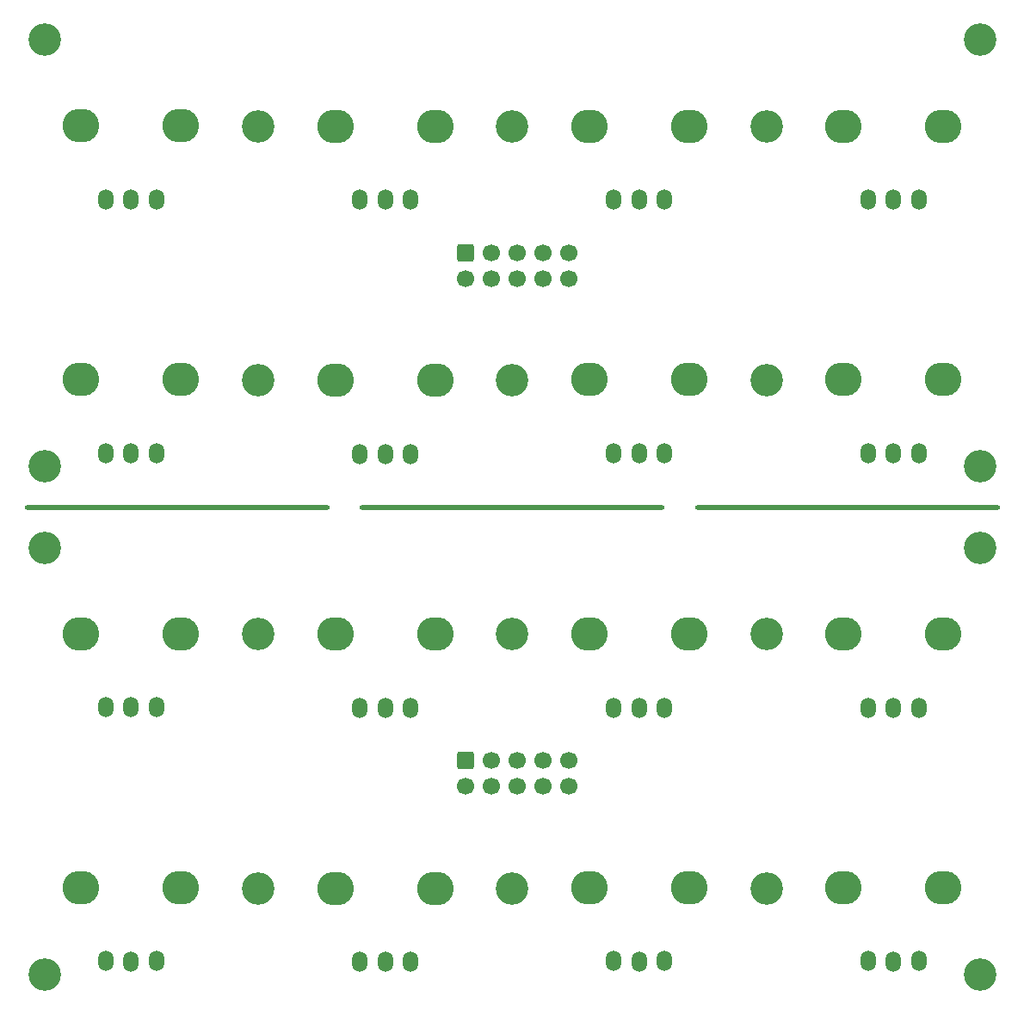
<source format=gbs>
G04 #@! TF.GenerationSoftware,KiCad,Pcbnew,(7.0.0)*
G04 #@! TF.CreationDate,2023-05-19T01:27:26+02:00*
G04 #@! TF.ProjectId,Pot-X2,506f742d-5832-42e6-9b69-6361645f7063,rev?*
G04 #@! TF.SameCoordinates,Original*
G04 #@! TF.FileFunction,Soldermask,Bot*
G04 #@! TF.FilePolarity,Negative*
%FSLAX46Y46*%
G04 Gerber Fmt 4.6, Leading zero omitted, Abs format (unit mm)*
G04 Created by KiCad (PCBNEW (7.0.0)) date 2023-05-19 01:27:26*
%MOMM*%
%LPD*%
G01*
G04 APERTURE LIST*
G04 Aperture macros list*
%AMRoundRect*
0 Rectangle with rounded corners*
0 $1 Rounding radius*
0 $2 $3 $4 $5 $6 $7 $8 $9 X,Y pos of 4 corners*
0 Add a 4 corners polygon primitive as box body*
4,1,4,$2,$3,$4,$5,$6,$7,$8,$9,$2,$3,0*
0 Add four circle primitives for the rounded corners*
1,1,$1+$1,$2,$3*
1,1,$1+$1,$4,$5*
1,1,$1+$1,$6,$7*
1,1,$1+$1,$8,$9*
0 Add four rect primitives between the rounded corners*
20,1,$1+$1,$2,$3,$4,$5,0*
20,1,$1+$1,$4,$5,$6,$7,0*
20,1,$1+$1,$6,$7,$8,$9,0*
20,1,$1+$1,$8,$9,$2,$3,0*%
G04 Aperture macros list end*
%ADD10O,1.500000X2.000000*%
%ADD11O,3.600000X3.300000*%
%ADD12C,3.200000*%
%ADD13O,30.000000X0.500000*%
%ADD14RoundRect,0.250000X-0.600000X0.600000X-0.600000X-0.600000X0.600000X-0.600000X0.600000X0.600000X0*%
%ADD15C,1.700000*%
G04 APERTURE END LIST*
D10*
X146999999Y-80751135D03*
X149493385Y-80753306D03*
X151999999Y-80746691D03*
D11*
X144599999Y-73499999D03*
X154399999Y-73499999D03*
D10*
X121999999Y-80751135D03*
X124493385Y-80753306D03*
X126999999Y-80746691D03*
D11*
X119599999Y-73499999D03*
X129399999Y-73499999D03*
D10*
X121999999Y-105687981D03*
X124493385Y-105690152D03*
X126999999Y-105683537D03*
D11*
X119599999Y-98436845D03*
X129399999Y-98436845D03*
D10*
X96999999Y-80751135D03*
X99493385Y-80753306D03*
X101999999Y-80746691D03*
D11*
X94599999Y-73499999D03*
X104399999Y-73499999D03*
D10*
X96999999Y-105751135D03*
X99493385Y-105753306D03*
X101999999Y-105746691D03*
D11*
X94599999Y-98499999D03*
X104399999Y-98499999D03*
D10*
X71999999Y-80687981D03*
X74493385Y-80690152D03*
X76999999Y-80683537D03*
D11*
X69599999Y-73436845D03*
X79399999Y-73436845D03*
D10*
X71999999Y-105687981D03*
X74493385Y-105690152D03*
X76999999Y-105683537D03*
D11*
X69599999Y-98436845D03*
X79399999Y-98436845D03*
D10*
X146999999Y-105687981D03*
X149493385Y-105690152D03*
X151999999Y-105683537D03*
D11*
X144599999Y-98436845D03*
X154399999Y-98436845D03*
D10*
X146999999Y-30751135D03*
X149493385Y-30753306D03*
X151999999Y-30746691D03*
D11*
X144599999Y-23499999D03*
X154399999Y-23499999D03*
D12*
X158000000Y-65000000D03*
D10*
X96999999Y-55751135D03*
X99493385Y-55753306D03*
X101999999Y-55746691D03*
D11*
X94599999Y-48499999D03*
X104399999Y-48499999D03*
D10*
X146999999Y-55687981D03*
X149493385Y-55690152D03*
X151999999Y-55683537D03*
D11*
X144599999Y-48436845D03*
X154399999Y-48436845D03*
D12*
X87000000Y-73500000D03*
X158000000Y-107000000D03*
X87000000Y-48500000D03*
X66000000Y-15000000D03*
D10*
X71999999Y-55687981D03*
X74493385Y-55690152D03*
X76999999Y-55683537D03*
D11*
X69599999Y-48436845D03*
X79399999Y-48436845D03*
D13*
X144999999Y-60999999D03*
X144999999Y-60999999D03*
D12*
X66000000Y-65000000D03*
X87000000Y-23500000D03*
X112000000Y-98500000D03*
D10*
X71999999Y-30687981D03*
X74493385Y-30690152D03*
X76999999Y-30683537D03*
D11*
X69599999Y-23436845D03*
X79399999Y-23436845D03*
D12*
X87000000Y-98500000D03*
X112000000Y-23500000D03*
D13*
X78999999Y-60999999D03*
X78999999Y-60999999D03*
D12*
X137000000Y-73500000D03*
D10*
X121999999Y-30751135D03*
X124493385Y-30753306D03*
X126999999Y-30746691D03*
D11*
X119599999Y-23499999D03*
X129399999Y-23499999D03*
D13*
X111999999Y-60999999D03*
X111999999Y-60999999D03*
D12*
X112000000Y-73500000D03*
X112000000Y-48500000D03*
D10*
X96999999Y-30751135D03*
X99493385Y-30753306D03*
X101999999Y-30746691D03*
D11*
X94599999Y-23499999D03*
X104399999Y-23499999D03*
D12*
X66000000Y-57000000D03*
X137000000Y-23500000D03*
X137000000Y-48500000D03*
X158000000Y-57000000D03*
X137000000Y-98500000D03*
X158000000Y-15000000D03*
D10*
X121999999Y-55687981D03*
X124493385Y-55690152D03*
X126999999Y-55683537D03*
D11*
X119599999Y-48436845D03*
X129399999Y-48436845D03*
D12*
X66000000Y-107000000D03*
D14*
X107414000Y-85946000D03*
D15*
X107414000Y-88486000D03*
X109954000Y-85946000D03*
X109954000Y-88486000D03*
X112494000Y-85946000D03*
X112494000Y-88486000D03*
X115034000Y-85946000D03*
X115034000Y-88486000D03*
X117574000Y-85946000D03*
X117574000Y-88486000D03*
D14*
X107414000Y-35946000D03*
D15*
X107414000Y-38486000D03*
X109954000Y-35946000D03*
X109954000Y-38486000D03*
X112494000Y-35946000D03*
X112494000Y-38486000D03*
X115034000Y-35946000D03*
X115034000Y-38486000D03*
X117574000Y-35946000D03*
X117574000Y-38486000D03*
M02*

</source>
